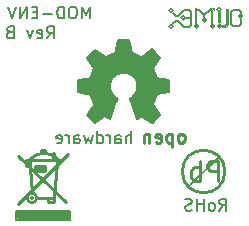
<source format=gbr>
G04 #@! TF.GenerationSoftware,KiCad,Pcbnew,5.1.0-rc2-unknown-4612175~81~ubuntu18.04.1*
G04 #@! TF.CreationDate,2019-03-08T09:09:48+02:00*
G04 #@! TF.ProjectId,MOD-ENV_revB,4d4f442d-454e-4565-9f72-6576422e6b69,rev?*
G04 #@! TF.SameCoordinates,Original*
G04 #@! TF.FileFunction,Legend,Bot*
G04 #@! TF.FilePolarity,Positive*
%FSLAX46Y46*%
G04 Gerber Fmt 4.6, Leading zero omitted, Abs format (unit mm)*
G04 Created by KiCad (PCBNEW 5.1.0-rc2-unknown-4612175~81~ubuntu18.04.1) date 2019-03-08 09:09:48*
%MOMM*%
%LPD*%
G04 APERTURE LIST*
%ADD10C,0.150000*%
%ADD11C,0.200000*%
%ADD12C,0.010000*%
%ADD13C,0.062500*%
%ADD14C,0.012700*%
%ADD15C,0.420000*%
%ADD16C,0.370000*%
%ADD17C,0.400000*%
%ADD18C,0.380000*%
%ADD19C,1.000000*%
%ADD20C,0.254000*%
%ADD21C,0.127000*%
%ADD22C,0.180000*%
G04 APERTURE END LIST*
D10*
X96392857Y-75382380D02*
X96726190Y-74906190D01*
X96964285Y-75382380D02*
X96964285Y-74382380D01*
X96583333Y-74382380D01*
X96488095Y-74430000D01*
X96440476Y-74477619D01*
X96392857Y-74572857D01*
X96392857Y-74715714D01*
X96440476Y-74810952D01*
X96488095Y-74858571D01*
X96583333Y-74906190D01*
X96964285Y-74906190D01*
X95821428Y-75382380D02*
X95916666Y-75334761D01*
X95964285Y-75287142D01*
X96011904Y-75191904D01*
X96011904Y-74906190D01*
X95964285Y-74810952D01*
X95916666Y-74763333D01*
X95821428Y-74715714D01*
X95678571Y-74715714D01*
X95583333Y-74763333D01*
X95535714Y-74810952D01*
X95488095Y-74906190D01*
X95488095Y-75191904D01*
X95535714Y-75287142D01*
X95583333Y-75334761D01*
X95678571Y-75382380D01*
X95821428Y-75382380D01*
X95059523Y-75382380D02*
X95059523Y-74382380D01*
X95059523Y-74858571D02*
X94488095Y-74858571D01*
X94488095Y-75382380D02*
X94488095Y-74382380D01*
X94059523Y-75334761D02*
X93916666Y-75382380D01*
X93678571Y-75382380D01*
X93583333Y-75334761D01*
X93535714Y-75287142D01*
X93488095Y-75191904D01*
X93488095Y-75096666D01*
X93535714Y-75001428D01*
X93583333Y-74953809D01*
X93678571Y-74906190D01*
X93869047Y-74858571D01*
X93964285Y-74810952D01*
X94011904Y-74763333D01*
X94059523Y-74668095D01*
X94059523Y-74572857D01*
X94011904Y-74477619D01*
X93964285Y-74430000D01*
X93869047Y-74382380D01*
X93630952Y-74382380D01*
X93488095Y-74430000D01*
X81771952Y-60777380D02*
X82105285Y-60301190D01*
X82343380Y-60777380D02*
X82343380Y-59777380D01*
X81962428Y-59777380D01*
X81867190Y-59825000D01*
X81819571Y-59872619D01*
X81771952Y-59967857D01*
X81771952Y-60110714D01*
X81819571Y-60205952D01*
X81867190Y-60253571D01*
X81962428Y-60301190D01*
X82343380Y-60301190D01*
X80962428Y-60729761D02*
X81057666Y-60777380D01*
X81248142Y-60777380D01*
X81343380Y-60729761D01*
X81391000Y-60634523D01*
X81391000Y-60253571D01*
X81343380Y-60158333D01*
X81248142Y-60110714D01*
X81057666Y-60110714D01*
X80962428Y-60158333D01*
X80914809Y-60253571D01*
X80914809Y-60348809D01*
X81391000Y-60444047D01*
X80581476Y-60110714D02*
X80343380Y-60777380D01*
X80105285Y-60110714D01*
X78629095Y-60253571D02*
X78486238Y-60301190D01*
X78438619Y-60348809D01*
X78391000Y-60444047D01*
X78391000Y-60586904D01*
X78438619Y-60682142D01*
X78486238Y-60729761D01*
X78581476Y-60777380D01*
X78962428Y-60777380D01*
X78962428Y-59777380D01*
X78629095Y-59777380D01*
X78533857Y-59825000D01*
X78486238Y-59872619D01*
X78438619Y-59967857D01*
X78438619Y-60063095D01*
X78486238Y-60158333D01*
X78533857Y-60205952D01*
X78629095Y-60253571D01*
X78962428Y-60253571D01*
X85405700Y-59100980D02*
X85405700Y-58100980D01*
X85072366Y-58815266D01*
X84739033Y-58100980D01*
X84739033Y-59100980D01*
X84072366Y-58100980D02*
X83881890Y-58100980D01*
X83786652Y-58148600D01*
X83691414Y-58243838D01*
X83643795Y-58434314D01*
X83643795Y-58767647D01*
X83691414Y-58958123D01*
X83786652Y-59053361D01*
X83881890Y-59100980D01*
X84072366Y-59100980D01*
X84167604Y-59053361D01*
X84262842Y-58958123D01*
X84310461Y-58767647D01*
X84310461Y-58434314D01*
X84262842Y-58243838D01*
X84167604Y-58148600D01*
X84072366Y-58100980D01*
X83215223Y-59100980D02*
X83215223Y-58100980D01*
X82977128Y-58100980D01*
X82834271Y-58148600D01*
X82739033Y-58243838D01*
X82691414Y-58339076D01*
X82643795Y-58529552D01*
X82643795Y-58672409D01*
X82691414Y-58862885D01*
X82739033Y-58958123D01*
X82834271Y-59053361D01*
X82977128Y-59100980D01*
X83215223Y-59100980D01*
X82215223Y-58720028D02*
X81453319Y-58720028D01*
X80977128Y-58577171D02*
X80643795Y-58577171D01*
X80500938Y-59100980D02*
X80977128Y-59100980D01*
X80977128Y-58100980D01*
X80500938Y-58100980D01*
X80072366Y-59100980D02*
X80072366Y-58100980D01*
X79500938Y-59100980D01*
X79500938Y-58100980D01*
X79167604Y-58100980D02*
X78834271Y-59100980D01*
X78500938Y-58100980D01*
X98369139Y-58902600D02*
G75*
G03X98369139Y-58902600I-172739J0D01*
G01*
D11*
X97561400Y-58383700D02*
X97409000Y-58534300D01*
X97409000Y-58572400D02*
X97409000Y-59575700D01*
X97548700Y-59740800D02*
X97409000Y-59601100D01*
X98196400Y-59131200D02*
X98196400Y-59575700D01*
X97053400Y-58381900D02*
X97053400Y-59563000D01*
X97053400Y-59563000D02*
X96875600Y-59728100D01*
X96875600Y-59728100D02*
X96596200Y-59728100D01*
D10*
X96540339Y-59740800D02*
G75*
G03X96540339Y-59740800I-172739J0D01*
G01*
D11*
X96367600Y-58597800D02*
X96367600Y-59309000D01*
D10*
X96540339Y-58369200D02*
G75*
G03X96540339Y-58369200I-172739J0D01*
G01*
X95968839Y-59740800D02*
G75*
G03X95968839Y-59740800I-172739J0D01*
G01*
D11*
X95796100Y-59524900D02*
X95796100Y-58356500D01*
X95796100Y-58356500D02*
X95567500Y-58356500D01*
X95567500Y-58356500D02*
X95123000Y-58801000D01*
X95123000Y-58801000D02*
X95123000Y-59004200D01*
X95123000Y-58826400D02*
X94640400Y-58356500D01*
D10*
X95295739Y-59232800D02*
G75*
G03X95295739Y-59232800I-172739J0D01*
G01*
D11*
X94640400Y-58356500D02*
X94424500Y-58356500D01*
X94424500Y-58356500D02*
X94424500Y-59486800D01*
D10*
X94597239Y-59740800D02*
G75*
G03X94597239Y-59740800I-172739J0D01*
G01*
X92463639Y-59753500D02*
G75*
G03X92463639Y-59753500I-172739J0D01*
G01*
D11*
X92405200Y-59588400D02*
X92697300Y-59296300D01*
X92697300Y-59296300D02*
X92887800Y-59296300D01*
X92887800Y-59296300D02*
X93395800Y-59804300D01*
X93395800Y-59804300D02*
X93789500Y-59804300D01*
X93789500Y-59804300D02*
X93954600Y-59626500D01*
X93954600Y-59626500D02*
X93954600Y-59055000D01*
X93954600Y-58559700D02*
X93776800Y-58381900D01*
X93954600Y-59067700D02*
X93954600Y-58559700D01*
X93776800Y-58381900D02*
X93383100Y-58381900D01*
X93383100Y-58381900D02*
X92887800Y-58877200D01*
X92887800Y-58877200D02*
X92684600Y-58877200D01*
X92684600Y-58877200D02*
X92430600Y-58623200D01*
D10*
X92450939Y-58445400D02*
G75*
G03X92450939Y-58445400I-172739J0D01*
G01*
D11*
X93522800Y-59055000D02*
X93954600Y-59055000D01*
D10*
X93492339Y-59055000D02*
G75*
G03X93492339Y-59055000I-172739J0D01*
G01*
D11*
X98044000Y-58381900D02*
X97561400Y-58381900D01*
X98196400Y-58534300D02*
X98044000Y-58381900D01*
X98196400Y-58699400D02*
X98196400Y-58534300D01*
X98044000Y-59740800D02*
X98196400Y-59601100D01*
X97548700Y-59740800D02*
X98044000Y-59740800D01*
D12*
X97155000Y-58280300D02*
X97155000Y-59575700D01*
X97053400Y-58280300D02*
X97155000Y-58280300D01*
X97155000Y-59601100D02*
X96913700Y-59829700D01*
X97155000Y-59588400D02*
X97155000Y-59601100D01*
X97155000Y-59575700D02*
X97155000Y-59588400D01*
X97142300Y-59613800D02*
X97155000Y-59588400D01*
X96913700Y-59829700D02*
X96596200Y-59829700D01*
X96901000Y-59829700D02*
X96913700Y-59817000D01*
X96951800Y-58280300D02*
X96951800Y-59537600D01*
X97053400Y-58280300D02*
X96951800Y-58280300D01*
D13*
X97127060Y-58310780D02*
X97078800Y-58310780D01*
X97030540Y-58313320D02*
X96982280Y-58313320D01*
D14*
X97147380Y-58282840D02*
X97147380Y-58356500D01*
X96961960Y-58282840D02*
X96961960Y-58361580D01*
X96273620Y-59408060D02*
X96464120Y-59408060D01*
X96273620Y-59311540D02*
X96273620Y-59408060D01*
X96464120Y-59408060D02*
X96464120Y-58585100D01*
X96459040Y-59395360D02*
X96276160Y-59395360D01*
X96461580Y-59382660D02*
X96278700Y-59382660D01*
X96461580Y-59369960D02*
X96278700Y-59369960D01*
X96461580Y-59357260D02*
X96276160Y-59357260D01*
X95890080Y-58262520D02*
X95562420Y-58262520D01*
X95890080Y-58359040D02*
X95890080Y-58262520D01*
X95836740Y-58275220D02*
X95882460Y-58275220D01*
X95879920Y-58267600D02*
X95879920Y-58308240D01*
X95877380Y-58287920D02*
X95862140Y-58287920D01*
X94330520Y-58262520D02*
X94330520Y-58359040D01*
X94416880Y-58262520D02*
X94330520Y-58262520D01*
X94376240Y-58272680D02*
X94338140Y-58272680D01*
X94340680Y-58277760D02*
X94340680Y-58308240D01*
X94363540Y-58282840D02*
X94343220Y-58282840D01*
X94348300Y-58280300D02*
X94348300Y-58295540D01*
D15*
X89517220Y-67409060D02*
X88966040Y-65986660D01*
D16*
X89862660Y-67223640D02*
X89545160Y-67429380D01*
D17*
X90652600Y-67772280D02*
X89872820Y-67241420D01*
D18*
X91229180Y-67233800D02*
X90665300Y-67772280D01*
D16*
X91213940Y-67233800D02*
X90680540Y-66400680D01*
X91038680Y-65473580D02*
X90680540Y-66357500D01*
X92016580Y-65232280D02*
X91066620Y-65450720D01*
D18*
X92006420Y-64455040D02*
X92011500Y-65242440D01*
D16*
X92019120Y-64442340D02*
X91000580Y-64262000D01*
X90970100Y-64226440D02*
X90622120Y-63360300D01*
X91198700Y-62458600D02*
X90642440Y-63309500D01*
D18*
X91208860Y-62435740D02*
X90708480Y-61902340D01*
D16*
X90660220Y-61876940D02*
X89832180Y-62529720D01*
X89771220Y-62519560D02*
X88925400Y-62113160D01*
X88666320Y-61079380D02*
X88872060Y-62092840D01*
X88673940Y-61066680D02*
X87889080Y-61066680D01*
X87906860Y-61087000D02*
X87693500Y-62105540D01*
X87693500Y-62105540D02*
X86791800Y-62555120D01*
X86779100Y-62550040D02*
X85874860Y-61915600D01*
X85874860Y-61917580D02*
X85321140Y-62463680D01*
X85321140Y-62466220D02*
X85938360Y-63256160D01*
X85938360Y-63256160D02*
X85598000Y-64193420D01*
X85598000Y-64193420D02*
X84515960Y-64422020D01*
X84515960Y-64422020D02*
X84515960Y-65257680D01*
X84515960Y-65257680D02*
X85529420Y-65427860D01*
X85529420Y-65427860D02*
X85935820Y-66339720D01*
X85885020Y-67787520D02*
X86720680Y-67221100D01*
X86720680Y-67221100D02*
X87058500Y-67406520D01*
X87058500Y-67406520D02*
X87632540Y-65966340D01*
X87622380Y-65963800D02*
G75*
G02X87251540Y-64099440I746760J1117600D01*
G01*
X87241380Y-64114680D02*
G75*
G02X89166700Y-63916560I1061720J-863600D01*
G01*
X89192100Y-63941960D02*
G75*
G02X89115900Y-65796160I-965200J-889000D01*
G01*
X85935820Y-66339720D02*
X85316060Y-67226180D01*
X85869780Y-67779900D02*
X85316060Y-67233800D01*
D10*
X89435940Y-67589400D02*
X88785700Y-65920620D01*
X89819480Y-67386200D02*
X89474040Y-67607180D01*
X89832180Y-67376040D02*
X90657680Y-67939920D01*
X90665300Y-67947540D02*
X91386660Y-67254120D01*
X91394280Y-67251580D02*
X90797380Y-66387980D01*
X92156280Y-65344040D02*
X91084400Y-65539620D01*
X92156280Y-64350900D02*
X92156280Y-65336420D01*
X92158820Y-64348360D02*
X90987880Y-64145160D01*
X91089480Y-64150240D02*
X90754200Y-63317120D01*
X91351100Y-62466220D02*
X90756740Y-63319660D01*
X91371420Y-62430660D02*
X90698320Y-61716920D01*
X90685620Y-61714380D02*
X89715340Y-62430660D01*
X89750900Y-62362080D02*
X88846660Y-61983620D01*
X88762840Y-60967620D02*
X88963500Y-61993780D01*
X88752680Y-60960000D02*
X87787480Y-60960000D01*
X87787480Y-60960000D02*
X87561420Y-62130940D01*
X87571580Y-62049660D02*
X86766400Y-62387480D01*
X86885780Y-62435740D02*
X85874860Y-61762640D01*
X85869780Y-61760100D02*
X85176360Y-62450980D01*
X85171280Y-62458600D02*
X85874860Y-63449200D01*
X85785960Y-63339980D02*
X85420200Y-64208660D01*
X84482940Y-65110360D02*
X85590380Y-65333880D01*
X84399120Y-64368680D02*
X84401660Y-65326260D01*
X85537040Y-65557400D02*
X84414360Y-65346580D01*
X85432900Y-65524380D02*
X85813900Y-66504820D01*
X85465920Y-67160140D02*
X85951060Y-67691000D01*
X85862160Y-67934840D02*
X85178900Y-67243960D01*
X86748620Y-67320160D02*
X85872320Y-67939920D01*
X85885020Y-67624960D02*
X86705440Y-67096640D01*
X86568280Y-67292220D02*
X87096600Y-67619880D01*
X87096600Y-67619880D02*
X87482680Y-66639440D01*
X87487760Y-65940940D02*
X86959440Y-67322700D01*
X91864180Y-64538860D02*
X91864180Y-65189100D01*
X92006420Y-64594740D02*
X90891360Y-64348360D01*
X90477340Y-63327280D02*
X90863420Y-64325500D01*
X90472260Y-63332360D02*
X91074240Y-62423040D01*
X90716100Y-61978540D02*
X89832180Y-62699900D01*
X87444580Y-65999360D02*
X87266780Y-65877440D01*
X87266780Y-65877440D02*
X86890860Y-65166240D01*
X86890860Y-65166240D02*
X86890860Y-64648080D01*
X86885780Y-64660780D02*
X87119460Y-63987680D01*
X87119460Y-63987680D02*
X87630000Y-63558420D01*
X87630000Y-63558420D02*
X88445340Y-63398400D01*
X88445340Y-63390780D02*
X89316560Y-63820040D01*
X89316560Y-63820040D02*
X89735660Y-64551560D01*
X89740740Y-64556640D02*
X89608660Y-65379600D01*
X89603580Y-65410080D02*
X89509600Y-65580260D01*
X89603580Y-65410080D02*
X89509600Y-65580260D01*
X89380060Y-65631060D02*
X89120980Y-65968880D01*
X89011760Y-65745360D02*
X88785700Y-65920620D01*
X87510620Y-65747900D02*
X87764620Y-65913000D01*
X87647780Y-66202560D02*
X87769700Y-65918080D01*
X89827100Y-62697360D02*
X88844120Y-62204600D01*
X89496900Y-65610740D02*
X89189560Y-65877440D01*
D19*
X90512900Y-67040760D02*
X89659460Y-66019680D01*
X91549220Y-64836040D02*
X90131900Y-64775080D01*
X90563700Y-62550040D02*
X89501980Y-63657480D01*
X88303100Y-61574680D02*
X88298020Y-63088520D01*
X86037420Y-62631320D02*
X87149940Y-63698120D01*
X85046820Y-64815720D02*
X86514940Y-64902080D01*
X89837260Y-66868040D02*
X89471500Y-66106040D01*
X90502740Y-65968880D02*
X89938860Y-65488820D01*
X90751660Y-65323720D02*
X90045540Y-65196720D01*
X90426540Y-64079120D02*
X89984580Y-64239140D01*
X90251280Y-63599060D02*
X89794080Y-63888620D01*
X89253060Y-62821820D02*
X89077800Y-63179960D01*
X88818720Y-62562740D02*
X88651080Y-63172340D01*
X87553800Y-62577980D02*
X87774780Y-63263780D01*
X86967060Y-62829440D02*
X87386160Y-63416180D01*
X86098380Y-63698120D02*
X86753700Y-64063880D01*
X85857080Y-64391540D02*
X86578440Y-64538860D01*
X86692740Y-65549780D02*
X86083140Y-65656460D01*
X87012780Y-65968880D02*
X86395560Y-66296540D01*
X87127080Y-66106040D02*
X85945980Y-67119500D01*
X87127080Y-66014600D02*
X86794340Y-66746120D01*
D20*
X96849037Y-72069960D02*
G75*
G03X96849037Y-72069960I-1802237J0D01*
G01*
D11*
X93886020Y-73233280D02*
X96319340Y-70812660D01*
D10*
X79200000Y-75388000D02*
X79200000Y-76150000D01*
X83772000Y-75388000D02*
X79200000Y-75388000D01*
X83772000Y-76150000D02*
X83772000Y-75388000D01*
X79200000Y-76150000D02*
X83772000Y-76150000D01*
X79250800Y-75438800D02*
X83670400Y-75438800D01*
X83721200Y-75540400D02*
X79250800Y-75540400D01*
X79250800Y-75692800D02*
X83670400Y-75692800D01*
X79250800Y-75845200D02*
X83670400Y-75845200D01*
X83721200Y-75591200D02*
X79301600Y-75591200D01*
X83721200Y-75743600D02*
X79250800Y-75743600D01*
X79301600Y-75946800D02*
X83670400Y-75946800D01*
X83721200Y-76048400D02*
X79301600Y-76048400D01*
D20*
X83566000Y-70612000D02*
X79375000Y-74803000D01*
X83439000Y-74676000D02*
X79375000Y-70739000D01*
X82423000Y-74295000D02*
X81026000Y-74295000D01*
X82423000Y-74295000D02*
X82677000Y-71247000D01*
X82931000Y-71120000D02*
X80010000Y-71120000D01*
X81915000Y-74676000D02*
X81915000Y-74422000D01*
X82423000Y-74676000D02*
X81915000Y-74676000D01*
X82423000Y-74295000D02*
X82423000Y-74676000D01*
X80518000Y-73787000D02*
X80391000Y-71755000D01*
X80919609Y-74295000D02*
G75*
G03X80919609Y-74295000I-401609J0D01*
G01*
X82296000Y-70485000D02*
X82296000Y-70993000D01*
X82423000Y-70485000D02*
X82296000Y-70485000D01*
X82423000Y-70993000D02*
X82423000Y-70485000D01*
X80010000Y-71628000D02*
X80010000Y-71120000D01*
X80391000Y-71628000D02*
X80010000Y-71628000D01*
X80391000Y-71120000D02*
X80391000Y-71628000D01*
X80264000Y-71247000D02*
X80264000Y-71374000D01*
X80264000Y-71120000D02*
X80137000Y-71501000D01*
X80264000Y-71247000D02*
X80264000Y-71374000D01*
X80137000Y-71247000D02*
X80137000Y-71628000D01*
X80264000Y-71247000D02*
X80137000Y-71247000D01*
X80264000Y-71628000D02*
X80264000Y-71247000D01*
X81661000Y-72009000D02*
X81661000Y-71628000D01*
X80772000Y-72009000D02*
X81661000Y-72009000D01*
X80772000Y-71628000D02*
X80772000Y-72009000D01*
X81661000Y-71628000D02*
X80772000Y-71628000D01*
X81534000Y-71755000D02*
X80899000Y-71755000D01*
X81280000Y-70231000D02*
X81661000Y-70231000D01*
X81280000Y-70358000D02*
X81280000Y-70231000D01*
X81661000Y-70358000D02*
X81280000Y-70358000D01*
X81661000Y-70231000D02*
X81661000Y-70358000D01*
X80391000Y-70993000D02*
G75*
G02X82677000Y-70993000I1143000J-1143000D01*
G01*
D21*
X80645000Y-74295000D02*
G75*
G03X80645000Y-74295000I-127000J0D01*
G01*
D20*
X93236698Y-69621179D02*
X93341460Y-69568798D01*
X93393840Y-69516417D01*
X93446221Y-69411655D01*
X93446221Y-69097369D01*
X93393840Y-68992607D01*
X93341460Y-68940226D01*
X93236698Y-68887845D01*
X93079555Y-68887845D01*
X92974793Y-68940226D01*
X92922412Y-68992607D01*
X92870031Y-69097369D01*
X92870031Y-69411655D01*
X92922412Y-69516417D01*
X92974793Y-69568798D01*
X93079555Y-69621179D01*
X93236698Y-69621179D01*
X92398602Y-68887845D02*
X92398602Y-69987845D01*
X92398602Y-68940226D02*
X92293840Y-68887845D01*
X92084317Y-68887845D01*
X91979555Y-68940226D01*
X91927174Y-68992607D01*
X91874793Y-69097369D01*
X91874793Y-69411655D01*
X91927174Y-69516417D01*
X91979555Y-69568798D01*
X92084317Y-69621179D01*
X92293840Y-69621179D01*
X92398602Y-69568798D01*
X90984317Y-69568798D02*
X91089079Y-69621179D01*
X91298602Y-69621179D01*
X91403364Y-69568798D01*
X91455745Y-69464036D01*
X91455745Y-69044988D01*
X91403364Y-68940226D01*
X91298602Y-68887845D01*
X91089079Y-68887845D01*
X90984317Y-68940226D01*
X90931936Y-69044988D01*
X90931936Y-69149750D01*
X91455745Y-69254512D01*
X90460507Y-68887845D02*
X90460507Y-69621179D01*
X90460507Y-68992607D02*
X90408126Y-68940226D01*
X90303364Y-68887845D01*
X90146221Y-68887845D01*
X90041460Y-68940226D01*
X89989079Y-69044988D01*
X89989079Y-69621179D01*
D22*
X88921197Y-69667380D02*
X88921197Y-68667380D01*
X88492625Y-69667380D02*
X88492625Y-69143571D01*
X88540244Y-69048333D01*
X88635482Y-69000714D01*
X88778340Y-69000714D01*
X88873578Y-69048333D01*
X88921197Y-69095952D01*
X87587863Y-69667380D02*
X87587863Y-69143571D01*
X87635482Y-69048333D01*
X87730720Y-69000714D01*
X87921197Y-69000714D01*
X88016435Y-69048333D01*
X87587863Y-69619761D02*
X87683101Y-69667380D01*
X87921197Y-69667380D01*
X88016435Y-69619761D01*
X88064054Y-69524523D01*
X88064054Y-69429285D01*
X88016435Y-69334047D01*
X87921197Y-69286428D01*
X87683101Y-69286428D01*
X87587863Y-69238809D01*
X87111673Y-69667380D02*
X87111673Y-69000714D01*
X87111673Y-69191190D02*
X87064054Y-69095952D01*
X87016435Y-69048333D01*
X86921197Y-69000714D01*
X86825959Y-69000714D01*
X86064054Y-69667380D02*
X86064054Y-68667380D01*
X86064054Y-69619761D02*
X86159292Y-69667380D01*
X86349768Y-69667380D01*
X86445006Y-69619761D01*
X86492625Y-69572142D01*
X86540244Y-69476904D01*
X86540244Y-69191190D01*
X86492625Y-69095952D01*
X86445006Y-69048333D01*
X86349768Y-69000714D01*
X86159292Y-69000714D01*
X86064054Y-69048333D01*
X85683101Y-69000714D02*
X85492625Y-69667380D01*
X85302149Y-69191190D01*
X85111673Y-69667380D01*
X84921197Y-69000714D01*
X84111673Y-69667380D02*
X84111673Y-69143571D01*
X84159292Y-69048333D01*
X84254530Y-69000714D01*
X84445006Y-69000714D01*
X84540244Y-69048333D01*
X84111673Y-69619761D02*
X84206911Y-69667380D01*
X84445006Y-69667380D01*
X84540244Y-69619761D01*
X84587863Y-69524523D01*
X84587863Y-69429285D01*
X84540244Y-69334047D01*
X84445006Y-69286428D01*
X84206911Y-69286428D01*
X84111673Y-69238809D01*
X83635482Y-69667380D02*
X83635482Y-69000714D01*
X83635482Y-69191190D02*
X83587863Y-69095952D01*
X83540244Y-69048333D01*
X83445006Y-69000714D01*
X83349768Y-69000714D01*
X82635482Y-69619761D02*
X82730720Y-69667380D01*
X82921197Y-69667380D01*
X83016435Y-69619761D01*
X83064054Y-69524523D01*
X83064054Y-69143571D01*
X83016435Y-69048333D01*
X82921197Y-69000714D01*
X82730720Y-69000714D01*
X82635482Y-69048333D01*
X82587863Y-69143571D01*
X82587863Y-69238809D01*
X83064054Y-69334047D01*
D20*
X96235068Y-72859327D02*
X96235068Y-71159327D01*
X95663640Y-71159327D01*
X95520782Y-71240280D01*
X95449354Y-71321232D01*
X95377925Y-71483137D01*
X95377925Y-71725994D01*
X95449354Y-71887899D01*
X95520782Y-71968851D01*
X95663640Y-72049803D01*
X96235068Y-72049803D01*
X94735068Y-72859327D02*
X94735068Y-71159327D01*
X94735068Y-71806946D02*
X94592211Y-71725994D01*
X94306497Y-71725994D01*
X94163640Y-71806946D01*
X94092211Y-71887899D01*
X94020782Y-72049803D01*
X94020782Y-72535518D01*
X94092211Y-72697422D01*
X94163640Y-72778375D01*
X94306497Y-72859327D01*
X94592211Y-72859327D01*
X94735068Y-72778375D01*
M02*

</source>
